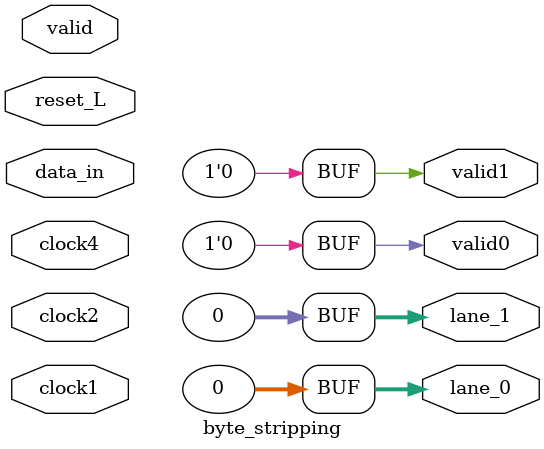
<source format=v>
/* Generated by Yosys 0.7 (git sha1 61f6811, gcc 4.8.4-2ubuntu1~14.04.3 -O2 -fstack-protector -fPIC -Os) */

(* top =  1  *)
(* src = "byte_stripping.v:1" *)
module byte_stripping(data_in, valid, reset_L, clock1, clock2, clock4, lane_0, lane_1, valid0, valid1);
  (* src = "byte_stripping.v:3" *)
  input clock1;
  (* src = "byte_stripping.v:3" *)
  input clock2;
  (* src = "byte_stripping.v:3" *)
  input clock4;
  (* src = "byte_stripping.v:2" *)
  input [31:0] data_in;
  (* src = "byte_stripping.v:4" *)
  output [31:0] lane_0;
  (* src = "byte_stripping.v:4" *)
  output [31:0] lane_1;
  (* src = "byte_stripping.v:3" *)
  input reset_L;
  (* src = "byte_stripping.v:3" *)
  input valid;
  (* src = "byte_stripping.v:5" *)
  output valid0;
  (* src = "byte_stripping.v:5" *)
  output valid1;
  assign lane_0 = 32'd0;
  assign lane_1 = 32'd0;
  assign valid0 = 1'b0;
  assign valid1 = 1'b0;
endmodule

</source>
